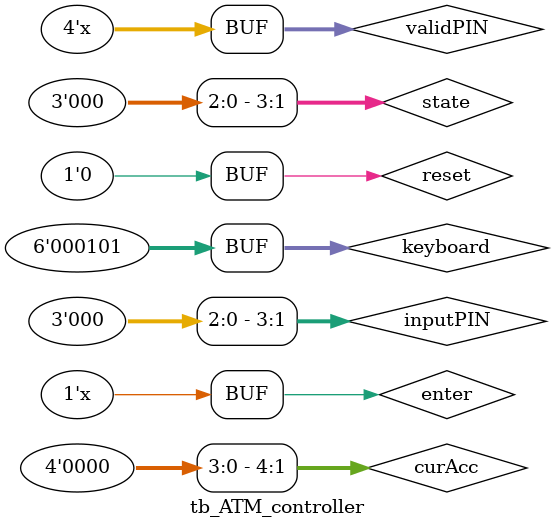
<source format=v>
module tb_ATM_controller();
	// Inputs
	reg [5:0] keyboard;
	reg reset,enter;

	// Outputs
	wire pass,fail;
	wire [5:0] bal_disp;

	// Instantiate ATM Controller Module
	ATM_controller UUT (
		.keyboard(keyboard),
        .reset(reset),
        .enter(enter),
        .fail(fail),
        .pass(pass),
        .bal_disp(bal_disp)
	);

    // Waveform display
	wire [3:0] state = UUT.state;
	wire [4:0] curAcc = UUT.curAcc;
	wire [3:0] validPIN = UUT.temp[11:8];
	wire [3:0] inputPIN = UUT.inputPIN;
    
	// 1 clock cycle is 40ns
    always #20 enter = ~enter;
	
	initial begin
		// Initialize Inputs
		keyboard = 0;
		reset = 0;
		enter = 0;

		#10;	//10
		// Account Number
		keyboard = {5'b00001,1'b0};
		#40;	//50
		// PIN - Attempt 1
		keyboard = {4'b0001,2'b0};
		#40;	//90
		// Authentication Successful
		// Select Banking Service
		keyboard = {2'b00,4'b0};
		// Balance is displayed
		#40;	//130
		

		// Account number
		keyboard = {5'b00001,1'b0};
		#60;	//190
		// PIN - Attempt 1
		keyboard = {4'b1000,2'b0};
		#40;	//230
		// Authentication Failed
		// PIN - Attempt 2
		keyboard = {4'b0001,2'b0};
		#40;	//270
		// Authentication Successful
		// Select Banking Service
		keyboard = {2'b10,4'b0};
		#40;	//310
		// Cash Withdrawal - Enter Amount
		keyboard = 6'b000011;
		#100;	//410
		// Amount is deducted
		// New Balance is displayed


		// Account number
		keyboard = {5'b00001,1'b0};
		#40;	//450
		// PIN - Attempt 1
		keyboard = {4'b0001,2'b0};
		#40;	//490
		// Authentication Successful
		// Select Banking Service
		keyboard = {2'b01,4'b0};
		#40;	//530
		// Change PIN - Enter New PIN
		keyboard = {4'b0110,2'b0};
		#40;	//570
		// Confirm New PIN
		keyboard = {4'b0110,2'b0};
		#60;	//630


		// Account Number 
		keyboard = {5'b10001,1'b0};
		#80;	//710
		// Account not in database

		
		// Account Number
		keyboard = {5'b00001,1'b0};
		#60;	//770
		// Enter PIN - Attempt 1
		keyboard = {4'b0110,2'b0};
		#40;	//810
		// Authentication Successful
		// Select Banking Service
		keyboard = {2'b11,4'b0};
		#40;	//850
		// Cash Deposit - Give Cash
		keyboard = 6'b000101;
		#40;	//890
		// Confirm Cash
		keyboard = 6'b000101;
		#40;	//930
		// Amount is deposited
		// New Balance is displayed
	end
endmodule


</source>
